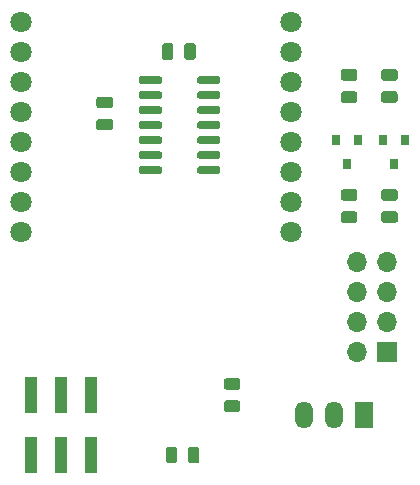
<source format=gts>
G04 #@! TF.GenerationSoftware,KiCad,Pcbnew,(5.1.5-0-10_14)*
G04 #@! TF.CreationDate,2020-10-21T13:28:45+02:00*
G04 #@! TF.ProjectId,ithowifi,6974686f-7769-4666-992e-6b696361645f,rev?*
G04 #@! TF.SameCoordinates,Original*
G04 #@! TF.FileFunction,Soldermask,Top*
G04 #@! TF.FilePolarity,Negative*
%FSLAX46Y46*%
G04 Gerber Fmt 4.6, Leading zero omitted, Abs format (unit mm)*
G04 Created by KiCad (PCBNEW (5.1.5-0-10_14)) date 2020-10-21 13:28:45*
%MOMM*%
%LPD*%
G04 APERTURE LIST*
%ADD10C,0.100000*%
%ADD11R,0.800000X0.900000*%
%ADD12R,1.000000X3.150000*%
%ADD13O,1.500000X2.300000*%
%ADD14R,1.500000X2.300000*%
%ADD15C,1.800000*%
%ADD16R,1.700000X1.700000*%
%ADD17O,1.700000X1.700000*%
G04 APERTURE END LIST*
D10*
G36*
X109446142Y-141929174D02*
G01*
X109469803Y-141932684D01*
X109493007Y-141938496D01*
X109515529Y-141946554D01*
X109537153Y-141956782D01*
X109557670Y-141969079D01*
X109576883Y-141983329D01*
X109594607Y-141999393D01*
X109610671Y-142017117D01*
X109624921Y-142036330D01*
X109637218Y-142056847D01*
X109647446Y-142078471D01*
X109655504Y-142100993D01*
X109661316Y-142124197D01*
X109664826Y-142147858D01*
X109666000Y-142171750D01*
X109666000Y-142659250D01*
X109664826Y-142683142D01*
X109661316Y-142706803D01*
X109655504Y-142730007D01*
X109647446Y-142752529D01*
X109637218Y-142774153D01*
X109624921Y-142794670D01*
X109610671Y-142813883D01*
X109594607Y-142831607D01*
X109576883Y-142847671D01*
X109557670Y-142861921D01*
X109537153Y-142874218D01*
X109515529Y-142884446D01*
X109493007Y-142892504D01*
X109469803Y-142898316D01*
X109446142Y-142901826D01*
X109422250Y-142903000D01*
X108509750Y-142903000D01*
X108485858Y-142901826D01*
X108462197Y-142898316D01*
X108438993Y-142892504D01*
X108416471Y-142884446D01*
X108394847Y-142874218D01*
X108374330Y-142861921D01*
X108355117Y-142847671D01*
X108337393Y-142831607D01*
X108321329Y-142813883D01*
X108307079Y-142794670D01*
X108294782Y-142774153D01*
X108284554Y-142752529D01*
X108276496Y-142730007D01*
X108270684Y-142706803D01*
X108267174Y-142683142D01*
X108266000Y-142659250D01*
X108266000Y-142171750D01*
X108267174Y-142147858D01*
X108270684Y-142124197D01*
X108276496Y-142100993D01*
X108284554Y-142078471D01*
X108294782Y-142056847D01*
X108307079Y-142036330D01*
X108321329Y-142017117D01*
X108337393Y-141999393D01*
X108355117Y-141983329D01*
X108374330Y-141969079D01*
X108394847Y-141956782D01*
X108416471Y-141946554D01*
X108438993Y-141938496D01*
X108462197Y-141932684D01*
X108485858Y-141929174D01*
X108509750Y-141928000D01*
X109422250Y-141928000D01*
X109446142Y-141929174D01*
G37*
G36*
X109446142Y-140054174D02*
G01*
X109469803Y-140057684D01*
X109493007Y-140063496D01*
X109515529Y-140071554D01*
X109537153Y-140081782D01*
X109557670Y-140094079D01*
X109576883Y-140108329D01*
X109594607Y-140124393D01*
X109610671Y-140142117D01*
X109624921Y-140161330D01*
X109637218Y-140181847D01*
X109647446Y-140203471D01*
X109655504Y-140225993D01*
X109661316Y-140249197D01*
X109664826Y-140272858D01*
X109666000Y-140296750D01*
X109666000Y-140784250D01*
X109664826Y-140808142D01*
X109661316Y-140831803D01*
X109655504Y-140855007D01*
X109647446Y-140877529D01*
X109637218Y-140899153D01*
X109624921Y-140919670D01*
X109610671Y-140938883D01*
X109594607Y-140956607D01*
X109576883Y-140972671D01*
X109557670Y-140986921D01*
X109537153Y-140999218D01*
X109515529Y-141009446D01*
X109493007Y-141017504D01*
X109469803Y-141023316D01*
X109446142Y-141026826D01*
X109422250Y-141028000D01*
X108509750Y-141028000D01*
X108485858Y-141026826D01*
X108462197Y-141023316D01*
X108438993Y-141017504D01*
X108416471Y-141009446D01*
X108394847Y-140999218D01*
X108374330Y-140986921D01*
X108355117Y-140972671D01*
X108337393Y-140956607D01*
X108321329Y-140938883D01*
X108307079Y-140919670D01*
X108294782Y-140899153D01*
X108284554Y-140877529D01*
X108276496Y-140855007D01*
X108270684Y-140831803D01*
X108267174Y-140808142D01*
X108266000Y-140784250D01*
X108266000Y-140296750D01*
X108267174Y-140272858D01*
X108270684Y-140249197D01*
X108276496Y-140225993D01*
X108284554Y-140203471D01*
X108294782Y-140181847D01*
X108307079Y-140161330D01*
X108321329Y-140142117D01*
X108337393Y-140124393D01*
X108355117Y-140108329D01*
X108374330Y-140094079D01*
X108394847Y-140081782D01*
X108416471Y-140071554D01*
X108438993Y-140063496D01*
X108462197Y-140057684D01*
X108485858Y-140054174D01*
X108509750Y-140053000D01*
X109422250Y-140053000D01*
X109446142Y-140054174D01*
G37*
G36*
X98651142Y-116226174D02*
G01*
X98674803Y-116229684D01*
X98698007Y-116235496D01*
X98720529Y-116243554D01*
X98742153Y-116253782D01*
X98762670Y-116266079D01*
X98781883Y-116280329D01*
X98799607Y-116296393D01*
X98815671Y-116314117D01*
X98829921Y-116333330D01*
X98842218Y-116353847D01*
X98852446Y-116375471D01*
X98860504Y-116397993D01*
X98866316Y-116421197D01*
X98869826Y-116444858D01*
X98871000Y-116468750D01*
X98871000Y-116956250D01*
X98869826Y-116980142D01*
X98866316Y-117003803D01*
X98860504Y-117027007D01*
X98852446Y-117049529D01*
X98842218Y-117071153D01*
X98829921Y-117091670D01*
X98815671Y-117110883D01*
X98799607Y-117128607D01*
X98781883Y-117144671D01*
X98762670Y-117158921D01*
X98742153Y-117171218D01*
X98720529Y-117181446D01*
X98698007Y-117189504D01*
X98674803Y-117195316D01*
X98651142Y-117198826D01*
X98627250Y-117200000D01*
X97714750Y-117200000D01*
X97690858Y-117198826D01*
X97667197Y-117195316D01*
X97643993Y-117189504D01*
X97621471Y-117181446D01*
X97599847Y-117171218D01*
X97579330Y-117158921D01*
X97560117Y-117144671D01*
X97542393Y-117128607D01*
X97526329Y-117110883D01*
X97512079Y-117091670D01*
X97499782Y-117071153D01*
X97489554Y-117049529D01*
X97481496Y-117027007D01*
X97475684Y-117003803D01*
X97472174Y-116980142D01*
X97471000Y-116956250D01*
X97471000Y-116468750D01*
X97472174Y-116444858D01*
X97475684Y-116421197D01*
X97481496Y-116397993D01*
X97489554Y-116375471D01*
X97499782Y-116353847D01*
X97512079Y-116333330D01*
X97526329Y-116314117D01*
X97542393Y-116296393D01*
X97560117Y-116280329D01*
X97579330Y-116266079D01*
X97599847Y-116253782D01*
X97621471Y-116243554D01*
X97643993Y-116235496D01*
X97667197Y-116229684D01*
X97690858Y-116226174D01*
X97714750Y-116225000D01*
X98627250Y-116225000D01*
X98651142Y-116226174D01*
G37*
G36*
X98651142Y-118101174D02*
G01*
X98674803Y-118104684D01*
X98698007Y-118110496D01*
X98720529Y-118118554D01*
X98742153Y-118128782D01*
X98762670Y-118141079D01*
X98781883Y-118155329D01*
X98799607Y-118171393D01*
X98815671Y-118189117D01*
X98829921Y-118208330D01*
X98842218Y-118228847D01*
X98852446Y-118250471D01*
X98860504Y-118272993D01*
X98866316Y-118296197D01*
X98869826Y-118319858D01*
X98871000Y-118343750D01*
X98871000Y-118831250D01*
X98869826Y-118855142D01*
X98866316Y-118878803D01*
X98860504Y-118902007D01*
X98852446Y-118924529D01*
X98842218Y-118946153D01*
X98829921Y-118966670D01*
X98815671Y-118985883D01*
X98799607Y-119003607D01*
X98781883Y-119019671D01*
X98762670Y-119033921D01*
X98742153Y-119046218D01*
X98720529Y-119056446D01*
X98698007Y-119064504D01*
X98674803Y-119070316D01*
X98651142Y-119073826D01*
X98627250Y-119075000D01*
X97714750Y-119075000D01*
X97690858Y-119073826D01*
X97667197Y-119070316D01*
X97643993Y-119064504D01*
X97621471Y-119056446D01*
X97599847Y-119046218D01*
X97579330Y-119033921D01*
X97560117Y-119019671D01*
X97542393Y-119003607D01*
X97526329Y-118985883D01*
X97512079Y-118966670D01*
X97499782Y-118946153D01*
X97489554Y-118924529D01*
X97481496Y-118902007D01*
X97475684Y-118878803D01*
X97472174Y-118855142D01*
X97471000Y-118831250D01*
X97471000Y-118343750D01*
X97472174Y-118319858D01*
X97475684Y-118296197D01*
X97481496Y-118272993D01*
X97489554Y-118250471D01*
X97499782Y-118228847D01*
X97512079Y-118208330D01*
X97526329Y-118189117D01*
X97542393Y-118171393D01*
X97560117Y-118155329D01*
X97579330Y-118141079D01*
X97599847Y-118128782D01*
X97621471Y-118118554D01*
X97643993Y-118110496D01*
X97667197Y-118104684D01*
X97690858Y-118101174D01*
X97714750Y-118100000D01*
X98627250Y-118100000D01*
X98651142Y-118101174D01*
G37*
G36*
X105980142Y-145859174D02*
G01*
X106003803Y-145862684D01*
X106027007Y-145868496D01*
X106049529Y-145876554D01*
X106071153Y-145886782D01*
X106091670Y-145899079D01*
X106110883Y-145913329D01*
X106128607Y-145929393D01*
X106144671Y-145947117D01*
X106158921Y-145966330D01*
X106171218Y-145986847D01*
X106181446Y-146008471D01*
X106189504Y-146030993D01*
X106195316Y-146054197D01*
X106198826Y-146077858D01*
X106200000Y-146101750D01*
X106200000Y-147014250D01*
X106198826Y-147038142D01*
X106195316Y-147061803D01*
X106189504Y-147085007D01*
X106181446Y-147107529D01*
X106171218Y-147129153D01*
X106158921Y-147149670D01*
X106144671Y-147168883D01*
X106128607Y-147186607D01*
X106110883Y-147202671D01*
X106091670Y-147216921D01*
X106071153Y-147229218D01*
X106049529Y-147239446D01*
X106027007Y-147247504D01*
X106003803Y-147253316D01*
X105980142Y-147256826D01*
X105956250Y-147258000D01*
X105468750Y-147258000D01*
X105444858Y-147256826D01*
X105421197Y-147253316D01*
X105397993Y-147247504D01*
X105375471Y-147239446D01*
X105353847Y-147229218D01*
X105333330Y-147216921D01*
X105314117Y-147202671D01*
X105296393Y-147186607D01*
X105280329Y-147168883D01*
X105266079Y-147149670D01*
X105253782Y-147129153D01*
X105243554Y-147107529D01*
X105235496Y-147085007D01*
X105229684Y-147061803D01*
X105226174Y-147038142D01*
X105225000Y-147014250D01*
X105225000Y-146101750D01*
X105226174Y-146077858D01*
X105229684Y-146054197D01*
X105235496Y-146030993D01*
X105243554Y-146008471D01*
X105253782Y-145986847D01*
X105266079Y-145966330D01*
X105280329Y-145947117D01*
X105296393Y-145929393D01*
X105314117Y-145913329D01*
X105333330Y-145899079D01*
X105353847Y-145886782D01*
X105375471Y-145876554D01*
X105397993Y-145868496D01*
X105421197Y-145862684D01*
X105444858Y-145859174D01*
X105468750Y-145858000D01*
X105956250Y-145858000D01*
X105980142Y-145859174D01*
G37*
G36*
X104105142Y-145859174D02*
G01*
X104128803Y-145862684D01*
X104152007Y-145868496D01*
X104174529Y-145876554D01*
X104196153Y-145886782D01*
X104216670Y-145899079D01*
X104235883Y-145913329D01*
X104253607Y-145929393D01*
X104269671Y-145947117D01*
X104283921Y-145966330D01*
X104296218Y-145986847D01*
X104306446Y-146008471D01*
X104314504Y-146030993D01*
X104320316Y-146054197D01*
X104323826Y-146077858D01*
X104325000Y-146101750D01*
X104325000Y-147014250D01*
X104323826Y-147038142D01*
X104320316Y-147061803D01*
X104314504Y-147085007D01*
X104306446Y-147107529D01*
X104296218Y-147129153D01*
X104283921Y-147149670D01*
X104269671Y-147168883D01*
X104253607Y-147186607D01*
X104235883Y-147202671D01*
X104216670Y-147216921D01*
X104196153Y-147229218D01*
X104174529Y-147239446D01*
X104152007Y-147247504D01*
X104128803Y-147253316D01*
X104105142Y-147256826D01*
X104081250Y-147258000D01*
X103593750Y-147258000D01*
X103569858Y-147256826D01*
X103546197Y-147253316D01*
X103522993Y-147247504D01*
X103500471Y-147239446D01*
X103478847Y-147229218D01*
X103458330Y-147216921D01*
X103439117Y-147202671D01*
X103421393Y-147186607D01*
X103405329Y-147168883D01*
X103391079Y-147149670D01*
X103378782Y-147129153D01*
X103368554Y-147107529D01*
X103360496Y-147085007D01*
X103354684Y-147061803D01*
X103351174Y-147038142D01*
X103350000Y-147014250D01*
X103350000Y-146101750D01*
X103351174Y-146077858D01*
X103354684Y-146054197D01*
X103360496Y-146030993D01*
X103368554Y-146008471D01*
X103378782Y-145986847D01*
X103391079Y-145966330D01*
X103405329Y-145947117D01*
X103421393Y-145929393D01*
X103439117Y-145913329D01*
X103458330Y-145899079D01*
X103478847Y-145886782D01*
X103500471Y-145876554D01*
X103522993Y-145868496D01*
X103546197Y-145862684D01*
X103569858Y-145859174D01*
X103593750Y-145858000D01*
X104081250Y-145858000D01*
X104105142Y-145859174D01*
G37*
G36*
X119352142Y-125927174D02*
G01*
X119375803Y-125930684D01*
X119399007Y-125936496D01*
X119421529Y-125944554D01*
X119443153Y-125954782D01*
X119463670Y-125967079D01*
X119482883Y-125981329D01*
X119500607Y-125997393D01*
X119516671Y-126015117D01*
X119530921Y-126034330D01*
X119543218Y-126054847D01*
X119553446Y-126076471D01*
X119561504Y-126098993D01*
X119567316Y-126122197D01*
X119570826Y-126145858D01*
X119572000Y-126169750D01*
X119572000Y-126657250D01*
X119570826Y-126681142D01*
X119567316Y-126704803D01*
X119561504Y-126728007D01*
X119553446Y-126750529D01*
X119543218Y-126772153D01*
X119530921Y-126792670D01*
X119516671Y-126811883D01*
X119500607Y-126829607D01*
X119482883Y-126845671D01*
X119463670Y-126859921D01*
X119443153Y-126872218D01*
X119421529Y-126882446D01*
X119399007Y-126890504D01*
X119375803Y-126896316D01*
X119352142Y-126899826D01*
X119328250Y-126901000D01*
X118415750Y-126901000D01*
X118391858Y-126899826D01*
X118368197Y-126896316D01*
X118344993Y-126890504D01*
X118322471Y-126882446D01*
X118300847Y-126872218D01*
X118280330Y-126859921D01*
X118261117Y-126845671D01*
X118243393Y-126829607D01*
X118227329Y-126811883D01*
X118213079Y-126792670D01*
X118200782Y-126772153D01*
X118190554Y-126750529D01*
X118182496Y-126728007D01*
X118176684Y-126704803D01*
X118173174Y-126681142D01*
X118172000Y-126657250D01*
X118172000Y-126169750D01*
X118173174Y-126145858D01*
X118176684Y-126122197D01*
X118182496Y-126098993D01*
X118190554Y-126076471D01*
X118200782Y-126054847D01*
X118213079Y-126034330D01*
X118227329Y-126015117D01*
X118243393Y-125997393D01*
X118261117Y-125981329D01*
X118280330Y-125967079D01*
X118300847Y-125954782D01*
X118322471Y-125944554D01*
X118344993Y-125936496D01*
X118368197Y-125930684D01*
X118391858Y-125927174D01*
X118415750Y-125926000D01*
X119328250Y-125926000D01*
X119352142Y-125927174D01*
G37*
G36*
X119352142Y-124052174D02*
G01*
X119375803Y-124055684D01*
X119399007Y-124061496D01*
X119421529Y-124069554D01*
X119443153Y-124079782D01*
X119463670Y-124092079D01*
X119482883Y-124106329D01*
X119500607Y-124122393D01*
X119516671Y-124140117D01*
X119530921Y-124159330D01*
X119543218Y-124179847D01*
X119553446Y-124201471D01*
X119561504Y-124223993D01*
X119567316Y-124247197D01*
X119570826Y-124270858D01*
X119572000Y-124294750D01*
X119572000Y-124782250D01*
X119570826Y-124806142D01*
X119567316Y-124829803D01*
X119561504Y-124853007D01*
X119553446Y-124875529D01*
X119543218Y-124897153D01*
X119530921Y-124917670D01*
X119516671Y-124936883D01*
X119500607Y-124954607D01*
X119482883Y-124970671D01*
X119463670Y-124984921D01*
X119443153Y-124997218D01*
X119421529Y-125007446D01*
X119399007Y-125015504D01*
X119375803Y-125021316D01*
X119352142Y-125024826D01*
X119328250Y-125026000D01*
X118415750Y-125026000D01*
X118391858Y-125024826D01*
X118368197Y-125021316D01*
X118344993Y-125015504D01*
X118322471Y-125007446D01*
X118300847Y-124997218D01*
X118280330Y-124984921D01*
X118261117Y-124970671D01*
X118243393Y-124954607D01*
X118227329Y-124936883D01*
X118213079Y-124917670D01*
X118200782Y-124897153D01*
X118190554Y-124875529D01*
X118182496Y-124853007D01*
X118176684Y-124829803D01*
X118173174Y-124806142D01*
X118172000Y-124782250D01*
X118172000Y-124294750D01*
X118173174Y-124270858D01*
X118176684Y-124247197D01*
X118182496Y-124223993D01*
X118190554Y-124201471D01*
X118200782Y-124179847D01*
X118213079Y-124159330D01*
X118227329Y-124140117D01*
X118243393Y-124122393D01*
X118261117Y-124106329D01*
X118280330Y-124092079D01*
X118300847Y-124079782D01*
X118322471Y-124069554D01*
X118344993Y-124061496D01*
X118368197Y-124055684D01*
X118391858Y-124052174D01*
X118415750Y-124051000D01*
X119328250Y-124051000D01*
X119352142Y-124052174D01*
G37*
G36*
X122781142Y-125927174D02*
G01*
X122804803Y-125930684D01*
X122828007Y-125936496D01*
X122850529Y-125944554D01*
X122872153Y-125954782D01*
X122892670Y-125967079D01*
X122911883Y-125981329D01*
X122929607Y-125997393D01*
X122945671Y-126015117D01*
X122959921Y-126034330D01*
X122972218Y-126054847D01*
X122982446Y-126076471D01*
X122990504Y-126098993D01*
X122996316Y-126122197D01*
X122999826Y-126145858D01*
X123001000Y-126169750D01*
X123001000Y-126657250D01*
X122999826Y-126681142D01*
X122996316Y-126704803D01*
X122990504Y-126728007D01*
X122982446Y-126750529D01*
X122972218Y-126772153D01*
X122959921Y-126792670D01*
X122945671Y-126811883D01*
X122929607Y-126829607D01*
X122911883Y-126845671D01*
X122892670Y-126859921D01*
X122872153Y-126872218D01*
X122850529Y-126882446D01*
X122828007Y-126890504D01*
X122804803Y-126896316D01*
X122781142Y-126899826D01*
X122757250Y-126901000D01*
X121844750Y-126901000D01*
X121820858Y-126899826D01*
X121797197Y-126896316D01*
X121773993Y-126890504D01*
X121751471Y-126882446D01*
X121729847Y-126872218D01*
X121709330Y-126859921D01*
X121690117Y-126845671D01*
X121672393Y-126829607D01*
X121656329Y-126811883D01*
X121642079Y-126792670D01*
X121629782Y-126772153D01*
X121619554Y-126750529D01*
X121611496Y-126728007D01*
X121605684Y-126704803D01*
X121602174Y-126681142D01*
X121601000Y-126657250D01*
X121601000Y-126169750D01*
X121602174Y-126145858D01*
X121605684Y-126122197D01*
X121611496Y-126098993D01*
X121619554Y-126076471D01*
X121629782Y-126054847D01*
X121642079Y-126034330D01*
X121656329Y-126015117D01*
X121672393Y-125997393D01*
X121690117Y-125981329D01*
X121709330Y-125967079D01*
X121729847Y-125954782D01*
X121751471Y-125944554D01*
X121773993Y-125936496D01*
X121797197Y-125930684D01*
X121820858Y-125927174D01*
X121844750Y-125926000D01*
X122757250Y-125926000D01*
X122781142Y-125927174D01*
G37*
G36*
X122781142Y-124052174D02*
G01*
X122804803Y-124055684D01*
X122828007Y-124061496D01*
X122850529Y-124069554D01*
X122872153Y-124079782D01*
X122892670Y-124092079D01*
X122911883Y-124106329D01*
X122929607Y-124122393D01*
X122945671Y-124140117D01*
X122959921Y-124159330D01*
X122972218Y-124179847D01*
X122982446Y-124201471D01*
X122990504Y-124223993D01*
X122996316Y-124247197D01*
X122999826Y-124270858D01*
X123001000Y-124294750D01*
X123001000Y-124782250D01*
X122999826Y-124806142D01*
X122996316Y-124829803D01*
X122990504Y-124853007D01*
X122982446Y-124875529D01*
X122972218Y-124897153D01*
X122959921Y-124917670D01*
X122945671Y-124936883D01*
X122929607Y-124954607D01*
X122911883Y-124970671D01*
X122892670Y-124984921D01*
X122872153Y-124997218D01*
X122850529Y-125007446D01*
X122828007Y-125015504D01*
X122804803Y-125021316D01*
X122781142Y-125024826D01*
X122757250Y-125026000D01*
X121844750Y-125026000D01*
X121820858Y-125024826D01*
X121797197Y-125021316D01*
X121773993Y-125015504D01*
X121751471Y-125007446D01*
X121729847Y-124997218D01*
X121709330Y-124984921D01*
X121690117Y-124970671D01*
X121672393Y-124954607D01*
X121656329Y-124936883D01*
X121642079Y-124917670D01*
X121629782Y-124897153D01*
X121619554Y-124875529D01*
X121611496Y-124853007D01*
X121605684Y-124829803D01*
X121602174Y-124806142D01*
X121601000Y-124782250D01*
X121601000Y-124294750D01*
X121602174Y-124270858D01*
X121605684Y-124247197D01*
X121611496Y-124223993D01*
X121619554Y-124201471D01*
X121629782Y-124179847D01*
X121642079Y-124159330D01*
X121656329Y-124140117D01*
X121672393Y-124122393D01*
X121690117Y-124106329D01*
X121709330Y-124092079D01*
X121729847Y-124079782D01*
X121751471Y-124069554D01*
X121773993Y-124061496D01*
X121797197Y-124055684D01*
X121820858Y-124052174D01*
X121844750Y-124051000D01*
X122757250Y-124051000D01*
X122781142Y-124052174D01*
G37*
G36*
X119352142Y-113889174D02*
G01*
X119375803Y-113892684D01*
X119399007Y-113898496D01*
X119421529Y-113906554D01*
X119443153Y-113916782D01*
X119463670Y-113929079D01*
X119482883Y-113943329D01*
X119500607Y-113959393D01*
X119516671Y-113977117D01*
X119530921Y-113996330D01*
X119543218Y-114016847D01*
X119553446Y-114038471D01*
X119561504Y-114060993D01*
X119567316Y-114084197D01*
X119570826Y-114107858D01*
X119572000Y-114131750D01*
X119572000Y-114619250D01*
X119570826Y-114643142D01*
X119567316Y-114666803D01*
X119561504Y-114690007D01*
X119553446Y-114712529D01*
X119543218Y-114734153D01*
X119530921Y-114754670D01*
X119516671Y-114773883D01*
X119500607Y-114791607D01*
X119482883Y-114807671D01*
X119463670Y-114821921D01*
X119443153Y-114834218D01*
X119421529Y-114844446D01*
X119399007Y-114852504D01*
X119375803Y-114858316D01*
X119352142Y-114861826D01*
X119328250Y-114863000D01*
X118415750Y-114863000D01*
X118391858Y-114861826D01*
X118368197Y-114858316D01*
X118344993Y-114852504D01*
X118322471Y-114844446D01*
X118300847Y-114834218D01*
X118280330Y-114821921D01*
X118261117Y-114807671D01*
X118243393Y-114791607D01*
X118227329Y-114773883D01*
X118213079Y-114754670D01*
X118200782Y-114734153D01*
X118190554Y-114712529D01*
X118182496Y-114690007D01*
X118176684Y-114666803D01*
X118173174Y-114643142D01*
X118172000Y-114619250D01*
X118172000Y-114131750D01*
X118173174Y-114107858D01*
X118176684Y-114084197D01*
X118182496Y-114060993D01*
X118190554Y-114038471D01*
X118200782Y-114016847D01*
X118213079Y-113996330D01*
X118227329Y-113977117D01*
X118243393Y-113959393D01*
X118261117Y-113943329D01*
X118280330Y-113929079D01*
X118300847Y-113916782D01*
X118322471Y-113906554D01*
X118344993Y-113898496D01*
X118368197Y-113892684D01*
X118391858Y-113889174D01*
X118415750Y-113888000D01*
X119328250Y-113888000D01*
X119352142Y-113889174D01*
G37*
G36*
X119352142Y-115764174D02*
G01*
X119375803Y-115767684D01*
X119399007Y-115773496D01*
X119421529Y-115781554D01*
X119443153Y-115791782D01*
X119463670Y-115804079D01*
X119482883Y-115818329D01*
X119500607Y-115834393D01*
X119516671Y-115852117D01*
X119530921Y-115871330D01*
X119543218Y-115891847D01*
X119553446Y-115913471D01*
X119561504Y-115935993D01*
X119567316Y-115959197D01*
X119570826Y-115982858D01*
X119572000Y-116006750D01*
X119572000Y-116494250D01*
X119570826Y-116518142D01*
X119567316Y-116541803D01*
X119561504Y-116565007D01*
X119553446Y-116587529D01*
X119543218Y-116609153D01*
X119530921Y-116629670D01*
X119516671Y-116648883D01*
X119500607Y-116666607D01*
X119482883Y-116682671D01*
X119463670Y-116696921D01*
X119443153Y-116709218D01*
X119421529Y-116719446D01*
X119399007Y-116727504D01*
X119375803Y-116733316D01*
X119352142Y-116736826D01*
X119328250Y-116738000D01*
X118415750Y-116738000D01*
X118391858Y-116736826D01*
X118368197Y-116733316D01*
X118344993Y-116727504D01*
X118322471Y-116719446D01*
X118300847Y-116709218D01*
X118280330Y-116696921D01*
X118261117Y-116682671D01*
X118243393Y-116666607D01*
X118227329Y-116648883D01*
X118213079Y-116629670D01*
X118200782Y-116609153D01*
X118190554Y-116587529D01*
X118182496Y-116565007D01*
X118176684Y-116541803D01*
X118173174Y-116518142D01*
X118172000Y-116494250D01*
X118172000Y-116006750D01*
X118173174Y-115982858D01*
X118176684Y-115959197D01*
X118182496Y-115935993D01*
X118190554Y-115913471D01*
X118200782Y-115891847D01*
X118213079Y-115871330D01*
X118227329Y-115852117D01*
X118243393Y-115834393D01*
X118261117Y-115818329D01*
X118280330Y-115804079D01*
X118300847Y-115791782D01*
X118322471Y-115781554D01*
X118344993Y-115773496D01*
X118368197Y-115767684D01*
X118391858Y-115764174D01*
X118415750Y-115763000D01*
X119328250Y-115763000D01*
X119352142Y-115764174D01*
G37*
G36*
X122755742Y-115764174D02*
G01*
X122779403Y-115767684D01*
X122802607Y-115773496D01*
X122825129Y-115781554D01*
X122846753Y-115791782D01*
X122867270Y-115804079D01*
X122886483Y-115818329D01*
X122904207Y-115834393D01*
X122920271Y-115852117D01*
X122934521Y-115871330D01*
X122946818Y-115891847D01*
X122957046Y-115913471D01*
X122965104Y-115935993D01*
X122970916Y-115959197D01*
X122974426Y-115982858D01*
X122975600Y-116006750D01*
X122975600Y-116494250D01*
X122974426Y-116518142D01*
X122970916Y-116541803D01*
X122965104Y-116565007D01*
X122957046Y-116587529D01*
X122946818Y-116609153D01*
X122934521Y-116629670D01*
X122920271Y-116648883D01*
X122904207Y-116666607D01*
X122886483Y-116682671D01*
X122867270Y-116696921D01*
X122846753Y-116709218D01*
X122825129Y-116719446D01*
X122802607Y-116727504D01*
X122779403Y-116733316D01*
X122755742Y-116736826D01*
X122731850Y-116738000D01*
X121819350Y-116738000D01*
X121795458Y-116736826D01*
X121771797Y-116733316D01*
X121748593Y-116727504D01*
X121726071Y-116719446D01*
X121704447Y-116709218D01*
X121683930Y-116696921D01*
X121664717Y-116682671D01*
X121646993Y-116666607D01*
X121630929Y-116648883D01*
X121616679Y-116629670D01*
X121604382Y-116609153D01*
X121594154Y-116587529D01*
X121586096Y-116565007D01*
X121580284Y-116541803D01*
X121576774Y-116518142D01*
X121575600Y-116494250D01*
X121575600Y-116006750D01*
X121576774Y-115982858D01*
X121580284Y-115959197D01*
X121586096Y-115935993D01*
X121594154Y-115913471D01*
X121604382Y-115891847D01*
X121616679Y-115871330D01*
X121630929Y-115852117D01*
X121646993Y-115834393D01*
X121664717Y-115818329D01*
X121683930Y-115804079D01*
X121704447Y-115791782D01*
X121726071Y-115781554D01*
X121748593Y-115773496D01*
X121771797Y-115767684D01*
X121795458Y-115764174D01*
X121819350Y-115763000D01*
X122731850Y-115763000D01*
X122755742Y-115764174D01*
G37*
G36*
X122755742Y-113889174D02*
G01*
X122779403Y-113892684D01*
X122802607Y-113898496D01*
X122825129Y-113906554D01*
X122846753Y-113916782D01*
X122867270Y-113929079D01*
X122886483Y-113943329D01*
X122904207Y-113959393D01*
X122920271Y-113977117D01*
X122934521Y-113996330D01*
X122946818Y-114016847D01*
X122957046Y-114038471D01*
X122965104Y-114060993D01*
X122970916Y-114084197D01*
X122974426Y-114107858D01*
X122975600Y-114131750D01*
X122975600Y-114619250D01*
X122974426Y-114643142D01*
X122970916Y-114666803D01*
X122965104Y-114690007D01*
X122957046Y-114712529D01*
X122946818Y-114734153D01*
X122934521Y-114754670D01*
X122920271Y-114773883D01*
X122904207Y-114791607D01*
X122886483Y-114807671D01*
X122867270Y-114821921D01*
X122846753Y-114834218D01*
X122825129Y-114844446D01*
X122802607Y-114852504D01*
X122779403Y-114858316D01*
X122755742Y-114861826D01*
X122731850Y-114863000D01*
X121819350Y-114863000D01*
X121795458Y-114861826D01*
X121771797Y-114858316D01*
X121748593Y-114852504D01*
X121726071Y-114844446D01*
X121704447Y-114834218D01*
X121683930Y-114821921D01*
X121664717Y-114807671D01*
X121646993Y-114791607D01*
X121630929Y-114773883D01*
X121616679Y-114754670D01*
X121604382Y-114734153D01*
X121594154Y-114712529D01*
X121586096Y-114690007D01*
X121580284Y-114666803D01*
X121576774Y-114643142D01*
X121575600Y-114619250D01*
X121575600Y-114131750D01*
X121576774Y-114107858D01*
X121580284Y-114084197D01*
X121586096Y-114060993D01*
X121594154Y-114038471D01*
X121604382Y-114016847D01*
X121616679Y-113996330D01*
X121630929Y-113977117D01*
X121646993Y-113959393D01*
X121664717Y-113943329D01*
X121683930Y-113929079D01*
X121704447Y-113916782D01*
X121726071Y-113906554D01*
X121748593Y-113898496D01*
X121771797Y-113892684D01*
X121795458Y-113889174D01*
X121819350Y-113888000D01*
X122731850Y-113888000D01*
X122755742Y-113889174D01*
G37*
G36*
X105655142Y-111696174D02*
G01*
X105678803Y-111699684D01*
X105702007Y-111705496D01*
X105724529Y-111713554D01*
X105746153Y-111723782D01*
X105766670Y-111736079D01*
X105785883Y-111750329D01*
X105803607Y-111766393D01*
X105819671Y-111784117D01*
X105833921Y-111803330D01*
X105846218Y-111823847D01*
X105856446Y-111845471D01*
X105864504Y-111867993D01*
X105870316Y-111891197D01*
X105873826Y-111914858D01*
X105875000Y-111938750D01*
X105875000Y-112851250D01*
X105873826Y-112875142D01*
X105870316Y-112898803D01*
X105864504Y-112922007D01*
X105856446Y-112944529D01*
X105846218Y-112966153D01*
X105833921Y-112986670D01*
X105819671Y-113005883D01*
X105803607Y-113023607D01*
X105785883Y-113039671D01*
X105766670Y-113053921D01*
X105746153Y-113066218D01*
X105724529Y-113076446D01*
X105702007Y-113084504D01*
X105678803Y-113090316D01*
X105655142Y-113093826D01*
X105631250Y-113095000D01*
X105143750Y-113095000D01*
X105119858Y-113093826D01*
X105096197Y-113090316D01*
X105072993Y-113084504D01*
X105050471Y-113076446D01*
X105028847Y-113066218D01*
X105008330Y-113053921D01*
X104989117Y-113039671D01*
X104971393Y-113023607D01*
X104955329Y-113005883D01*
X104941079Y-112986670D01*
X104928782Y-112966153D01*
X104918554Y-112944529D01*
X104910496Y-112922007D01*
X104904684Y-112898803D01*
X104901174Y-112875142D01*
X104900000Y-112851250D01*
X104900000Y-111938750D01*
X104901174Y-111914858D01*
X104904684Y-111891197D01*
X104910496Y-111867993D01*
X104918554Y-111845471D01*
X104928782Y-111823847D01*
X104941079Y-111803330D01*
X104955329Y-111784117D01*
X104971393Y-111766393D01*
X104989117Y-111750329D01*
X105008330Y-111736079D01*
X105028847Y-111723782D01*
X105050471Y-111713554D01*
X105072993Y-111705496D01*
X105096197Y-111699684D01*
X105119858Y-111696174D01*
X105143750Y-111695000D01*
X105631250Y-111695000D01*
X105655142Y-111696174D01*
G37*
G36*
X103780142Y-111696174D02*
G01*
X103803803Y-111699684D01*
X103827007Y-111705496D01*
X103849529Y-111713554D01*
X103871153Y-111723782D01*
X103891670Y-111736079D01*
X103910883Y-111750329D01*
X103928607Y-111766393D01*
X103944671Y-111784117D01*
X103958921Y-111803330D01*
X103971218Y-111823847D01*
X103981446Y-111845471D01*
X103989504Y-111867993D01*
X103995316Y-111891197D01*
X103998826Y-111914858D01*
X104000000Y-111938750D01*
X104000000Y-112851250D01*
X103998826Y-112875142D01*
X103995316Y-112898803D01*
X103989504Y-112922007D01*
X103981446Y-112944529D01*
X103971218Y-112966153D01*
X103958921Y-112986670D01*
X103944671Y-113005883D01*
X103928607Y-113023607D01*
X103910883Y-113039671D01*
X103891670Y-113053921D01*
X103871153Y-113066218D01*
X103849529Y-113076446D01*
X103827007Y-113084504D01*
X103803803Y-113090316D01*
X103780142Y-113093826D01*
X103756250Y-113095000D01*
X103268750Y-113095000D01*
X103244858Y-113093826D01*
X103221197Y-113090316D01*
X103197993Y-113084504D01*
X103175471Y-113076446D01*
X103153847Y-113066218D01*
X103133330Y-113053921D01*
X103114117Y-113039671D01*
X103096393Y-113023607D01*
X103080329Y-113005883D01*
X103066079Y-112986670D01*
X103053782Y-112966153D01*
X103043554Y-112944529D01*
X103035496Y-112922007D01*
X103029684Y-112898803D01*
X103026174Y-112875142D01*
X103025000Y-112851250D01*
X103025000Y-111938750D01*
X103026174Y-111914858D01*
X103029684Y-111891197D01*
X103035496Y-111867993D01*
X103043554Y-111845471D01*
X103053782Y-111823847D01*
X103066079Y-111803330D01*
X103080329Y-111784117D01*
X103096393Y-111766393D01*
X103114117Y-111750329D01*
X103133330Y-111736079D01*
X103153847Y-111723782D01*
X103175471Y-111713554D01*
X103197993Y-111705496D01*
X103221197Y-111699684D01*
X103244858Y-111696174D01*
X103268750Y-111695000D01*
X103756250Y-111695000D01*
X103780142Y-111696174D01*
G37*
D11*
X118684000Y-121904000D03*
X117734000Y-119904000D03*
X119634000Y-119904000D03*
X122682000Y-121904000D03*
X121732000Y-119904000D03*
X123632000Y-119904000D03*
D10*
G36*
X107835703Y-114508722D02*
G01*
X107850264Y-114510882D01*
X107864543Y-114514459D01*
X107878403Y-114519418D01*
X107891710Y-114525712D01*
X107904336Y-114533280D01*
X107916159Y-114542048D01*
X107927066Y-114551934D01*
X107936952Y-114562841D01*
X107945720Y-114574664D01*
X107953288Y-114587290D01*
X107959582Y-114600597D01*
X107964541Y-114614457D01*
X107968118Y-114628736D01*
X107970278Y-114643297D01*
X107971000Y-114658000D01*
X107971000Y-114958000D01*
X107970278Y-114972703D01*
X107968118Y-114987264D01*
X107964541Y-115001543D01*
X107959582Y-115015403D01*
X107953288Y-115028710D01*
X107945720Y-115041336D01*
X107936952Y-115053159D01*
X107927066Y-115064066D01*
X107916159Y-115073952D01*
X107904336Y-115082720D01*
X107891710Y-115090288D01*
X107878403Y-115096582D01*
X107864543Y-115101541D01*
X107850264Y-115105118D01*
X107835703Y-115107278D01*
X107821000Y-115108000D01*
X106171000Y-115108000D01*
X106156297Y-115107278D01*
X106141736Y-115105118D01*
X106127457Y-115101541D01*
X106113597Y-115096582D01*
X106100290Y-115090288D01*
X106087664Y-115082720D01*
X106075841Y-115073952D01*
X106064934Y-115064066D01*
X106055048Y-115053159D01*
X106046280Y-115041336D01*
X106038712Y-115028710D01*
X106032418Y-115015403D01*
X106027459Y-115001543D01*
X106023882Y-114987264D01*
X106021722Y-114972703D01*
X106021000Y-114958000D01*
X106021000Y-114658000D01*
X106021722Y-114643297D01*
X106023882Y-114628736D01*
X106027459Y-114614457D01*
X106032418Y-114600597D01*
X106038712Y-114587290D01*
X106046280Y-114574664D01*
X106055048Y-114562841D01*
X106064934Y-114551934D01*
X106075841Y-114542048D01*
X106087664Y-114533280D01*
X106100290Y-114525712D01*
X106113597Y-114519418D01*
X106127457Y-114514459D01*
X106141736Y-114510882D01*
X106156297Y-114508722D01*
X106171000Y-114508000D01*
X107821000Y-114508000D01*
X107835703Y-114508722D01*
G37*
G36*
X107835703Y-115778722D02*
G01*
X107850264Y-115780882D01*
X107864543Y-115784459D01*
X107878403Y-115789418D01*
X107891710Y-115795712D01*
X107904336Y-115803280D01*
X107916159Y-115812048D01*
X107927066Y-115821934D01*
X107936952Y-115832841D01*
X107945720Y-115844664D01*
X107953288Y-115857290D01*
X107959582Y-115870597D01*
X107964541Y-115884457D01*
X107968118Y-115898736D01*
X107970278Y-115913297D01*
X107971000Y-115928000D01*
X107971000Y-116228000D01*
X107970278Y-116242703D01*
X107968118Y-116257264D01*
X107964541Y-116271543D01*
X107959582Y-116285403D01*
X107953288Y-116298710D01*
X107945720Y-116311336D01*
X107936952Y-116323159D01*
X107927066Y-116334066D01*
X107916159Y-116343952D01*
X107904336Y-116352720D01*
X107891710Y-116360288D01*
X107878403Y-116366582D01*
X107864543Y-116371541D01*
X107850264Y-116375118D01*
X107835703Y-116377278D01*
X107821000Y-116378000D01*
X106171000Y-116378000D01*
X106156297Y-116377278D01*
X106141736Y-116375118D01*
X106127457Y-116371541D01*
X106113597Y-116366582D01*
X106100290Y-116360288D01*
X106087664Y-116352720D01*
X106075841Y-116343952D01*
X106064934Y-116334066D01*
X106055048Y-116323159D01*
X106046280Y-116311336D01*
X106038712Y-116298710D01*
X106032418Y-116285403D01*
X106027459Y-116271543D01*
X106023882Y-116257264D01*
X106021722Y-116242703D01*
X106021000Y-116228000D01*
X106021000Y-115928000D01*
X106021722Y-115913297D01*
X106023882Y-115898736D01*
X106027459Y-115884457D01*
X106032418Y-115870597D01*
X106038712Y-115857290D01*
X106046280Y-115844664D01*
X106055048Y-115832841D01*
X106064934Y-115821934D01*
X106075841Y-115812048D01*
X106087664Y-115803280D01*
X106100290Y-115795712D01*
X106113597Y-115789418D01*
X106127457Y-115784459D01*
X106141736Y-115780882D01*
X106156297Y-115778722D01*
X106171000Y-115778000D01*
X107821000Y-115778000D01*
X107835703Y-115778722D01*
G37*
G36*
X107835703Y-117048722D02*
G01*
X107850264Y-117050882D01*
X107864543Y-117054459D01*
X107878403Y-117059418D01*
X107891710Y-117065712D01*
X107904336Y-117073280D01*
X107916159Y-117082048D01*
X107927066Y-117091934D01*
X107936952Y-117102841D01*
X107945720Y-117114664D01*
X107953288Y-117127290D01*
X107959582Y-117140597D01*
X107964541Y-117154457D01*
X107968118Y-117168736D01*
X107970278Y-117183297D01*
X107971000Y-117198000D01*
X107971000Y-117498000D01*
X107970278Y-117512703D01*
X107968118Y-117527264D01*
X107964541Y-117541543D01*
X107959582Y-117555403D01*
X107953288Y-117568710D01*
X107945720Y-117581336D01*
X107936952Y-117593159D01*
X107927066Y-117604066D01*
X107916159Y-117613952D01*
X107904336Y-117622720D01*
X107891710Y-117630288D01*
X107878403Y-117636582D01*
X107864543Y-117641541D01*
X107850264Y-117645118D01*
X107835703Y-117647278D01*
X107821000Y-117648000D01*
X106171000Y-117648000D01*
X106156297Y-117647278D01*
X106141736Y-117645118D01*
X106127457Y-117641541D01*
X106113597Y-117636582D01*
X106100290Y-117630288D01*
X106087664Y-117622720D01*
X106075841Y-117613952D01*
X106064934Y-117604066D01*
X106055048Y-117593159D01*
X106046280Y-117581336D01*
X106038712Y-117568710D01*
X106032418Y-117555403D01*
X106027459Y-117541543D01*
X106023882Y-117527264D01*
X106021722Y-117512703D01*
X106021000Y-117498000D01*
X106021000Y-117198000D01*
X106021722Y-117183297D01*
X106023882Y-117168736D01*
X106027459Y-117154457D01*
X106032418Y-117140597D01*
X106038712Y-117127290D01*
X106046280Y-117114664D01*
X106055048Y-117102841D01*
X106064934Y-117091934D01*
X106075841Y-117082048D01*
X106087664Y-117073280D01*
X106100290Y-117065712D01*
X106113597Y-117059418D01*
X106127457Y-117054459D01*
X106141736Y-117050882D01*
X106156297Y-117048722D01*
X106171000Y-117048000D01*
X107821000Y-117048000D01*
X107835703Y-117048722D01*
G37*
G36*
X107835703Y-118318722D02*
G01*
X107850264Y-118320882D01*
X107864543Y-118324459D01*
X107878403Y-118329418D01*
X107891710Y-118335712D01*
X107904336Y-118343280D01*
X107916159Y-118352048D01*
X107927066Y-118361934D01*
X107936952Y-118372841D01*
X107945720Y-118384664D01*
X107953288Y-118397290D01*
X107959582Y-118410597D01*
X107964541Y-118424457D01*
X107968118Y-118438736D01*
X107970278Y-118453297D01*
X107971000Y-118468000D01*
X107971000Y-118768000D01*
X107970278Y-118782703D01*
X107968118Y-118797264D01*
X107964541Y-118811543D01*
X107959582Y-118825403D01*
X107953288Y-118838710D01*
X107945720Y-118851336D01*
X107936952Y-118863159D01*
X107927066Y-118874066D01*
X107916159Y-118883952D01*
X107904336Y-118892720D01*
X107891710Y-118900288D01*
X107878403Y-118906582D01*
X107864543Y-118911541D01*
X107850264Y-118915118D01*
X107835703Y-118917278D01*
X107821000Y-118918000D01*
X106171000Y-118918000D01*
X106156297Y-118917278D01*
X106141736Y-118915118D01*
X106127457Y-118911541D01*
X106113597Y-118906582D01*
X106100290Y-118900288D01*
X106087664Y-118892720D01*
X106075841Y-118883952D01*
X106064934Y-118874066D01*
X106055048Y-118863159D01*
X106046280Y-118851336D01*
X106038712Y-118838710D01*
X106032418Y-118825403D01*
X106027459Y-118811543D01*
X106023882Y-118797264D01*
X106021722Y-118782703D01*
X106021000Y-118768000D01*
X106021000Y-118468000D01*
X106021722Y-118453297D01*
X106023882Y-118438736D01*
X106027459Y-118424457D01*
X106032418Y-118410597D01*
X106038712Y-118397290D01*
X106046280Y-118384664D01*
X106055048Y-118372841D01*
X106064934Y-118361934D01*
X106075841Y-118352048D01*
X106087664Y-118343280D01*
X106100290Y-118335712D01*
X106113597Y-118329418D01*
X106127457Y-118324459D01*
X106141736Y-118320882D01*
X106156297Y-118318722D01*
X106171000Y-118318000D01*
X107821000Y-118318000D01*
X107835703Y-118318722D01*
G37*
G36*
X107835703Y-119588722D02*
G01*
X107850264Y-119590882D01*
X107864543Y-119594459D01*
X107878403Y-119599418D01*
X107891710Y-119605712D01*
X107904336Y-119613280D01*
X107916159Y-119622048D01*
X107927066Y-119631934D01*
X107936952Y-119642841D01*
X107945720Y-119654664D01*
X107953288Y-119667290D01*
X107959582Y-119680597D01*
X107964541Y-119694457D01*
X107968118Y-119708736D01*
X107970278Y-119723297D01*
X107971000Y-119738000D01*
X107971000Y-120038000D01*
X107970278Y-120052703D01*
X107968118Y-120067264D01*
X107964541Y-120081543D01*
X107959582Y-120095403D01*
X107953288Y-120108710D01*
X107945720Y-120121336D01*
X107936952Y-120133159D01*
X107927066Y-120144066D01*
X107916159Y-120153952D01*
X107904336Y-120162720D01*
X107891710Y-120170288D01*
X107878403Y-120176582D01*
X107864543Y-120181541D01*
X107850264Y-120185118D01*
X107835703Y-120187278D01*
X107821000Y-120188000D01*
X106171000Y-120188000D01*
X106156297Y-120187278D01*
X106141736Y-120185118D01*
X106127457Y-120181541D01*
X106113597Y-120176582D01*
X106100290Y-120170288D01*
X106087664Y-120162720D01*
X106075841Y-120153952D01*
X106064934Y-120144066D01*
X106055048Y-120133159D01*
X106046280Y-120121336D01*
X106038712Y-120108710D01*
X106032418Y-120095403D01*
X106027459Y-120081543D01*
X106023882Y-120067264D01*
X106021722Y-120052703D01*
X106021000Y-120038000D01*
X106021000Y-119738000D01*
X106021722Y-119723297D01*
X106023882Y-119708736D01*
X106027459Y-119694457D01*
X106032418Y-119680597D01*
X106038712Y-119667290D01*
X106046280Y-119654664D01*
X106055048Y-119642841D01*
X106064934Y-119631934D01*
X106075841Y-119622048D01*
X106087664Y-119613280D01*
X106100290Y-119605712D01*
X106113597Y-119599418D01*
X106127457Y-119594459D01*
X106141736Y-119590882D01*
X106156297Y-119588722D01*
X106171000Y-119588000D01*
X107821000Y-119588000D01*
X107835703Y-119588722D01*
G37*
G36*
X107835703Y-120858722D02*
G01*
X107850264Y-120860882D01*
X107864543Y-120864459D01*
X107878403Y-120869418D01*
X107891710Y-120875712D01*
X107904336Y-120883280D01*
X107916159Y-120892048D01*
X107927066Y-120901934D01*
X107936952Y-120912841D01*
X107945720Y-120924664D01*
X107953288Y-120937290D01*
X107959582Y-120950597D01*
X107964541Y-120964457D01*
X107968118Y-120978736D01*
X107970278Y-120993297D01*
X107971000Y-121008000D01*
X107971000Y-121308000D01*
X107970278Y-121322703D01*
X107968118Y-121337264D01*
X107964541Y-121351543D01*
X107959582Y-121365403D01*
X107953288Y-121378710D01*
X107945720Y-121391336D01*
X107936952Y-121403159D01*
X107927066Y-121414066D01*
X107916159Y-121423952D01*
X107904336Y-121432720D01*
X107891710Y-121440288D01*
X107878403Y-121446582D01*
X107864543Y-121451541D01*
X107850264Y-121455118D01*
X107835703Y-121457278D01*
X107821000Y-121458000D01*
X106171000Y-121458000D01*
X106156297Y-121457278D01*
X106141736Y-121455118D01*
X106127457Y-121451541D01*
X106113597Y-121446582D01*
X106100290Y-121440288D01*
X106087664Y-121432720D01*
X106075841Y-121423952D01*
X106064934Y-121414066D01*
X106055048Y-121403159D01*
X106046280Y-121391336D01*
X106038712Y-121378710D01*
X106032418Y-121365403D01*
X106027459Y-121351543D01*
X106023882Y-121337264D01*
X106021722Y-121322703D01*
X106021000Y-121308000D01*
X106021000Y-121008000D01*
X106021722Y-120993297D01*
X106023882Y-120978736D01*
X106027459Y-120964457D01*
X106032418Y-120950597D01*
X106038712Y-120937290D01*
X106046280Y-120924664D01*
X106055048Y-120912841D01*
X106064934Y-120901934D01*
X106075841Y-120892048D01*
X106087664Y-120883280D01*
X106100290Y-120875712D01*
X106113597Y-120869418D01*
X106127457Y-120864459D01*
X106141736Y-120860882D01*
X106156297Y-120858722D01*
X106171000Y-120858000D01*
X107821000Y-120858000D01*
X107835703Y-120858722D01*
G37*
G36*
X107835703Y-122128722D02*
G01*
X107850264Y-122130882D01*
X107864543Y-122134459D01*
X107878403Y-122139418D01*
X107891710Y-122145712D01*
X107904336Y-122153280D01*
X107916159Y-122162048D01*
X107927066Y-122171934D01*
X107936952Y-122182841D01*
X107945720Y-122194664D01*
X107953288Y-122207290D01*
X107959582Y-122220597D01*
X107964541Y-122234457D01*
X107968118Y-122248736D01*
X107970278Y-122263297D01*
X107971000Y-122278000D01*
X107971000Y-122578000D01*
X107970278Y-122592703D01*
X107968118Y-122607264D01*
X107964541Y-122621543D01*
X107959582Y-122635403D01*
X107953288Y-122648710D01*
X107945720Y-122661336D01*
X107936952Y-122673159D01*
X107927066Y-122684066D01*
X107916159Y-122693952D01*
X107904336Y-122702720D01*
X107891710Y-122710288D01*
X107878403Y-122716582D01*
X107864543Y-122721541D01*
X107850264Y-122725118D01*
X107835703Y-122727278D01*
X107821000Y-122728000D01*
X106171000Y-122728000D01*
X106156297Y-122727278D01*
X106141736Y-122725118D01*
X106127457Y-122721541D01*
X106113597Y-122716582D01*
X106100290Y-122710288D01*
X106087664Y-122702720D01*
X106075841Y-122693952D01*
X106064934Y-122684066D01*
X106055048Y-122673159D01*
X106046280Y-122661336D01*
X106038712Y-122648710D01*
X106032418Y-122635403D01*
X106027459Y-122621543D01*
X106023882Y-122607264D01*
X106021722Y-122592703D01*
X106021000Y-122578000D01*
X106021000Y-122278000D01*
X106021722Y-122263297D01*
X106023882Y-122248736D01*
X106027459Y-122234457D01*
X106032418Y-122220597D01*
X106038712Y-122207290D01*
X106046280Y-122194664D01*
X106055048Y-122182841D01*
X106064934Y-122171934D01*
X106075841Y-122162048D01*
X106087664Y-122153280D01*
X106100290Y-122145712D01*
X106113597Y-122139418D01*
X106127457Y-122134459D01*
X106141736Y-122130882D01*
X106156297Y-122128722D01*
X106171000Y-122128000D01*
X107821000Y-122128000D01*
X107835703Y-122128722D01*
G37*
G36*
X102885703Y-122128722D02*
G01*
X102900264Y-122130882D01*
X102914543Y-122134459D01*
X102928403Y-122139418D01*
X102941710Y-122145712D01*
X102954336Y-122153280D01*
X102966159Y-122162048D01*
X102977066Y-122171934D01*
X102986952Y-122182841D01*
X102995720Y-122194664D01*
X103003288Y-122207290D01*
X103009582Y-122220597D01*
X103014541Y-122234457D01*
X103018118Y-122248736D01*
X103020278Y-122263297D01*
X103021000Y-122278000D01*
X103021000Y-122578000D01*
X103020278Y-122592703D01*
X103018118Y-122607264D01*
X103014541Y-122621543D01*
X103009582Y-122635403D01*
X103003288Y-122648710D01*
X102995720Y-122661336D01*
X102986952Y-122673159D01*
X102977066Y-122684066D01*
X102966159Y-122693952D01*
X102954336Y-122702720D01*
X102941710Y-122710288D01*
X102928403Y-122716582D01*
X102914543Y-122721541D01*
X102900264Y-122725118D01*
X102885703Y-122727278D01*
X102871000Y-122728000D01*
X101221000Y-122728000D01*
X101206297Y-122727278D01*
X101191736Y-122725118D01*
X101177457Y-122721541D01*
X101163597Y-122716582D01*
X101150290Y-122710288D01*
X101137664Y-122702720D01*
X101125841Y-122693952D01*
X101114934Y-122684066D01*
X101105048Y-122673159D01*
X101096280Y-122661336D01*
X101088712Y-122648710D01*
X101082418Y-122635403D01*
X101077459Y-122621543D01*
X101073882Y-122607264D01*
X101071722Y-122592703D01*
X101071000Y-122578000D01*
X101071000Y-122278000D01*
X101071722Y-122263297D01*
X101073882Y-122248736D01*
X101077459Y-122234457D01*
X101082418Y-122220597D01*
X101088712Y-122207290D01*
X101096280Y-122194664D01*
X101105048Y-122182841D01*
X101114934Y-122171934D01*
X101125841Y-122162048D01*
X101137664Y-122153280D01*
X101150290Y-122145712D01*
X101163597Y-122139418D01*
X101177457Y-122134459D01*
X101191736Y-122130882D01*
X101206297Y-122128722D01*
X101221000Y-122128000D01*
X102871000Y-122128000D01*
X102885703Y-122128722D01*
G37*
G36*
X102885703Y-120858722D02*
G01*
X102900264Y-120860882D01*
X102914543Y-120864459D01*
X102928403Y-120869418D01*
X102941710Y-120875712D01*
X102954336Y-120883280D01*
X102966159Y-120892048D01*
X102977066Y-120901934D01*
X102986952Y-120912841D01*
X102995720Y-120924664D01*
X103003288Y-120937290D01*
X103009582Y-120950597D01*
X103014541Y-120964457D01*
X103018118Y-120978736D01*
X103020278Y-120993297D01*
X103021000Y-121008000D01*
X103021000Y-121308000D01*
X103020278Y-121322703D01*
X103018118Y-121337264D01*
X103014541Y-121351543D01*
X103009582Y-121365403D01*
X103003288Y-121378710D01*
X102995720Y-121391336D01*
X102986952Y-121403159D01*
X102977066Y-121414066D01*
X102966159Y-121423952D01*
X102954336Y-121432720D01*
X102941710Y-121440288D01*
X102928403Y-121446582D01*
X102914543Y-121451541D01*
X102900264Y-121455118D01*
X102885703Y-121457278D01*
X102871000Y-121458000D01*
X101221000Y-121458000D01*
X101206297Y-121457278D01*
X101191736Y-121455118D01*
X101177457Y-121451541D01*
X101163597Y-121446582D01*
X101150290Y-121440288D01*
X101137664Y-121432720D01*
X101125841Y-121423952D01*
X101114934Y-121414066D01*
X101105048Y-121403159D01*
X101096280Y-121391336D01*
X101088712Y-121378710D01*
X101082418Y-121365403D01*
X101077459Y-121351543D01*
X101073882Y-121337264D01*
X101071722Y-121322703D01*
X101071000Y-121308000D01*
X101071000Y-121008000D01*
X101071722Y-120993297D01*
X101073882Y-120978736D01*
X101077459Y-120964457D01*
X101082418Y-120950597D01*
X101088712Y-120937290D01*
X101096280Y-120924664D01*
X101105048Y-120912841D01*
X101114934Y-120901934D01*
X101125841Y-120892048D01*
X101137664Y-120883280D01*
X101150290Y-120875712D01*
X101163597Y-120869418D01*
X101177457Y-120864459D01*
X101191736Y-120860882D01*
X101206297Y-120858722D01*
X101221000Y-120858000D01*
X102871000Y-120858000D01*
X102885703Y-120858722D01*
G37*
G36*
X102885703Y-119588722D02*
G01*
X102900264Y-119590882D01*
X102914543Y-119594459D01*
X102928403Y-119599418D01*
X102941710Y-119605712D01*
X102954336Y-119613280D01*
X102966159Y-119622048D01*
X102977066Y-119631934D01*
X102986952Y-119642841D01*
X102995720Y-119654664D01*
X103003288Y-119667290D01*
X103009582Y-119680597D01*
X103014541Y-119694457D01*
X103018118Y-119708736D01*
X103020278Y-119723297D01*
X103021000Y-119738000D01*
X103021000Y-120038000D01*
X103020278Y-120052703D01*
X103018118Y-120067264D01*
X103014541Y-120081543D01*
X103009582Y-120095403D01*
X103003288Y-120108710D01*
X102995720Y-120121336D01*
X102986952Y-120133159D01*
X102977066Y-120144066D01*
X102966159Y-120153952D01*
X102954336Y-120162720D01*
X102941710Y-120170288D01*
X102928403Y-120176582D01*
X102914543Y-120181541D01*
X102900264Y-120185118D01*
X102885703Y-120187278D01*
X102871000Y-120188000D01*
X101221000Y-120188000D01*
X101206297Y-120187278D01*
X101191736Y-120185118D01*
X101177457Y-120181541D01*
X101163597Y-120176582D01*
X101150290Y-120170288D01*
X101137664Y-120162720D01*
X101125841Y-120153952D01*
X101114934Y-120144066D01*
X101105048Y-120133159D01*
X101096280Y-120121336D01*
X101088712Y-120108710D01*
X101082418Y-120095403D01*
X101077459Y-120081543D01*
X101073882Y-120067264D01*
X101071722Y-120052703D01*
X101071000Y-120038000D01*
X101071000Y-119738000D01*
X101071722Y-119723297D01*
X101073882Y-119708736D01*
X101077459Y-119694457D01*
X101082418Y-119680597D01*
X101088712Y-119667290D01*
X101096280Y-119654664D01*
X101105048Y-119642841D01*
X101114934Y-119631934D01*
X101125841Y-119622048D01*
X101137664Y-119613280D01*
X101150290Y-119605712D01*
X101163597Y-119599418D01*
X101177457Y-119594459D01*
X101191736Y-119590882D01*
X101206297Y-119588722D01*
X101221000Y-119588000D01*
X102871000Y-119588000D01*
X102885703Y-119588722D01*
G37*
G36*
X102885703Y-118318722D02*
G01*
X102900264Y-118320882D01*
X102914543Y-118324459D01*
X102928403Y-118329418D01*
X102941710Y-118335712D01*
X102954336Y-118343280D01*
X102966159Y-118352048D01*
X102977066Y-118361934D01*
X102986952Y-118372841D01*
X102995720Y-118384664D01*
X103003288Y-118397290D01*
X103009582Y-118410597D01*
X103014541Y-118424457D01*
X103018118Y-118438736D01*
X103020278Y-118453297D01*
X103021000Y-118468000D01*
X103021000Y-118768000D01*
X103020278Y-118782703D01*
X103018118Y-118797264D01*
X103014541Y-118811543D01*
X103009582Y-118825403D01*
X103003288Y-118838710D01*
X102995720Y-118851336D01*
X102986952Y-118863159D01*
X102977066Y-118874066D01*
X102966159Y-118883952D01*
X102954336Y-118892720D01*
X102941710Y-118900288D01*
X102928403Y-118906582D01*
X102914543Y-118911541D01*
X102900264Y-118915118D01*
X102885703Y-118917278D01*
X102871000Y-118918000D01*
X101221000Y-118918000D01*
X101206297Y-118917278D01*
X101191736Y-118915118D01*
X101177457Y-118911541D01*
X101163597Y-118906582D01*
X101150290Y-118900288D01*
X101137664Y-118892720D01*
X101125841Y-118883952D01*
X101114934Y-118874066D01*
X101105048Y-118863159D01*
X101096280Y-118851336D01*
X101088712Y-118838710D01*
X101082418Y-118825403D01*
X101077459Y-118811543D01*
X101073882Y-118797264D01*
X101071722Y-118782703D01*
X101071000Y-118768000D01*
X101071000Y-118468000D01*
X101071722Y-118453297D01*
X101073882Y-118438736D01*
X101077459Y-118424457D01*
X101082418Y-118410597D01*
X101088712Y-118397290D01*
X101096280Y-118384664D01*
X101105048Y-118372841D01*
X101114934Y-118361934D01*
X101125841Y-118352048D01*
X101137664Y-118343280D01*
X101150290Y-118335712D01*
X101163597Y-118329418D01*
X101177457Y-118324459D01*
X101191736Y-118320882D01*
X101206297Y-118318722D01*
X101221000Y-118318000D01*
X102871000Y-118318000D01*
X102885703Y-118318722D01*
G37*
G36*
X102885703Y-117048722D02*
G01*
X102900264Y-117050882D01*
X102914543Y-117054459D01*
X102928403Y-117059418D01*
X102941710Y-117065712D01*
X102954336Y-117073280D01*
X102966159Y-117082048D01*
X102977066Y-117091934D01*
X102986952Y-117102841D01*
X102995720Y-117114664D01*
X103003288Y-117127290D01*
X103009582Y-117140597D01*
X103014541Y-117154457D01*
X103018118Y-117168736D01*
X103020278Y-117183297D01*
X103021000Y-117198000D01*
X103021000Y-117498000D01*
X103020278Y-117512703D01*
X103018118Y-117527264D01*
X103014541Y-117541543D01*
X103009582Y-117555403D01*
X103003288Y-117568710D01*
X102995720Y-117581336D01*
X102986952Y-117593159D01*
X102977066Y-117604066D01*
X102966159Y-117613952D01*
X102954336Y-117622720D01*
X102941710Y-117630288D01*
X102928403Y-117636582D01*
X102914543Y-117641541D01*
X102900264Y-117645118D01*
X102885703Y-117647278D01*
X102871000Y-117648000D01*
X101221000Y-117648000D01*
X101206297Y-117647278D01*
X101191736Y-117645118D01*
X101177457Y-117641541D01*
X101163597Y-117636582D01*
X101150290Y-117630288D01*
X101137664Y-117622720D01*
X101125841Y-117613952D01*
X101114934Y-117604066D01*
X101105048Y-117593159D01*
X101096280Y-117581336D01*
X101088712Y-117568710D01*
X101082418Y-117555403D01*
X101077459Y-117541543D01*
X101073882Y-117527264D01*
X101071722Y-117512703D01*
X101071000Y-117498000D01*
X101071000Y-117198000D01*
X101071722Y-117183297D01*
X101073882Y-117168736D01*
X101077459Y-117154457D01*
X101082418Y-117140597D01*
X101088712Y-117127290D01*
X101096280Y-117114664D01*
X101105048Y-117102841D01*
X101114934Y-117091934D01*
X101125841Y-117082048D01*
X101137664Y-117073280D01*
X101150290Y-117065712D01*
X101163597Y-117059418D01*
X101177457Y-117054459D01*
X101191736Y-117050882D01*
X101206297Y-117048722D01*
X101221000Y-117048000D01*
X102871000Y-117048000D01*
X102885703Y-117048722D01*
G37*
G36*
X102885703Y-115778722D02*
G01*
X102900264Y-115780882D01*
X102914543Y-115784459D01*
X102928403Y-115789418D01*
X102941710Y-115795712D01*
X102954336Y-115803280D01*
X102966159Y-115812048D01*
X102977066Y-115821934D01*
X102986952Y-115832841D01*
X102995720Y-115844664D01*
X103003288Y-115857290D01*
X103009582Y-115870597D01*
X103014541Y-115884457D01*
X103018118Y-115898736D01*
X103020278Y-115913297D01*
X103021000Y-115928000D01*
X103021000Y-116228000D01*
X103020278Y-116242703D01*
X103018118Y-116257264D01*
X103014541Y-116271543D01*
X103009582Y-116285403D01*
X103003288Y-116298710D01*
X102995720Y-116311336D01*
X102986952Y-116323159D01*
X102977066Y-116334066D01*
X102966159Y-116343952D01*
X102954336Y-116352720D01*
X102941710Y-116360288D01*
X102928403Y-116366582D01*
X102914543Y-116371541D01*
X102900264Y-116375118D01*
X102885703Y-116377278D01*
X102871000Y-116378000D01*
X101221000Y-116378000D01*
X101206297Y-116377278D01*
X101191736Y-116375118D01*
X101177457Y-116371541D01*
X101163597Y-116366582D01*
X101150290Y-116360288D01*
X101137664Y-116352720D01*
X101125841Y-116343952D01*
X101114934Y-116334066D01*
X101105048Y-116323159D01*
X101096280Y-116311336D01*
X101088712Y-116298710D01*
X101082418Y-116285403D01*
X101077459Y-116271543D01*
X101073882Y-116257264D01*
X101071722Y-116242703D01*
X101071000Y-116228000D01*
X101071000Y-115928000D01*
X101071722Y-115913297D01*
X101073882Y-115898736D01*
X101077459Y-115884457D01*
X101082418Y-115870597D01*
X101088712Y-115857290D01*
X101096280Y-115844664D01*
X101105048Y-115832841D01*
X101114934Y-115821934D01*
X101125841Y-115812048D01*
X101137664Y-115803280D01*
X101150290Y-115795712D01*
X101163597Y-115789418D01*
X101177457Y-115784459D01*
X101191736Y-115780882D01*
X101206297Y-115778722D01*
X101221000Y-115778000D01*
X102871000Y-115778000D01*
X102885703Y-115778722D01*
G37*
G36*
X102885703Y-114508722D02*
G01*
X102900264Y-114510882D01*
X102914543Y-114514459D01*
X102928403Y-114519418D01*
X102941710Y-114525712D01*
X102954336Y-114533280D01*
X102966159Y-114542048D01*
X102977066Y-114551934D01*
X102986952Y-114562841D01*
X102995720Y-114574664D01*
X103003288Y-114587290D01*
X103009582Y-114600597D01*
X103014541Y-114614457D01*
X103018118Y-114628736D01*
X103020278Y-114643297D01*
X103021000Y-114658000D01*
X103021000Y-114958000D01*
X103020278Y-114972703D01*
X103018118Y-114987264D01*
X103014541Y-115001543D01*
X103009582Y-115015403D01*
X103003288Y-115028710D01*
X102995720Y-115041336D01*
X102986952Y-115053159D01*
X102977066Y-115064066D01*
X102966159Y-115073952D01*
X102954336Y-115082720D01*
X102941710Y-115090288D01*
X102928403Y-115096582D01*
X102914543Y-115101541D01*
X102900264Y-115105118D01*
X102885703Y-115107278D01*
X102871000Y-115108000D01*
X101221000Y-115108000D01*
X101206297Y-115107278D01*
X101191736Y-115105118D01*
X101177457Y-115101541D01*
X101163597Y-115096582D01*
X101150290Y-115090288D01*
X101137664Y-115082720D01*
X101125841Y-115073952D01*
X101114934Y-115064066D01*
X101105048Y-115053159D01*
X101096280Y-115041336D01*
X101088712Y-115028710D01*
X101082418Y-115015403D01*
X101077459Y-115001543D01*
X101073882Y-114987264D01*
X101071722Y-114972703D01*
X101071000Y-114958000D01*
X101071000Y-114658000D01*
X101071722Y-114643297D01*
X101073882Y-114628736D01*
X101077459Y-114614457D01*
X101082418Y-114600597D01*
X101088712Y-114587290D01*
X101096280Y-114574664D01*
X101105048Y-114562841D01*
X101114934Y-114551934D01*
X101125841Y-114542048D01*
X101137664Y-114533280D01*
X101150290Y-114525712D01*
X101163597Y-114519418D01*
X101177457Y-114514459D01*
X101191736Y-114510882D01*
X101206297Y-114508722D01*
X101221000Y-114508000D01*
X102871000Y-114508000D01*
X102885703Y-114508722D01*
G37*
D12*
X91948000Y-146543000D03*
X91948000Y-141493000D03*
X94488000Y-146543000D03*
X94488000Y-141493000D03*
X97028000Y-146543000D03*
X97028000Y-141493000D03*
D13*
X115062000Y-143129000D03*
X117602000Y-143129000D03*
D14*
X120142000Y-143129000D03*
D15*
X91059000Y-109855000D03*
X91059000Y-112395000D03*
X91059000Y-114935000D03*
X91059000Y-117475000D03*
X91059000Y-120015000D03*
X91059000Y-122555000D03*
X91059000Y-125095000D03*
X91059000Y-127635000D03*
X113919000Y-127635000D03*
X113919000Y-125095000D03*
X113919000Y-122555000D03*
X113919000Y-120015000D03*
X113919000Y-117475000D03*
X113919000Y-114935000D03*
X113919000Y-112395000D03*
X113919000Y-109855000D03*
D16*
X122047000Y-137795000D03*
D17*
X119507000Y-137795000D03*
X122047000Y-135255000D03*
X119507000Y-135255000D03*
X122047000Y-132715000D03*
X119507000Y-132715000D03*
X122047000Y-130175000D03*
X119507000Y-130175000D03*
M02*

</source>
